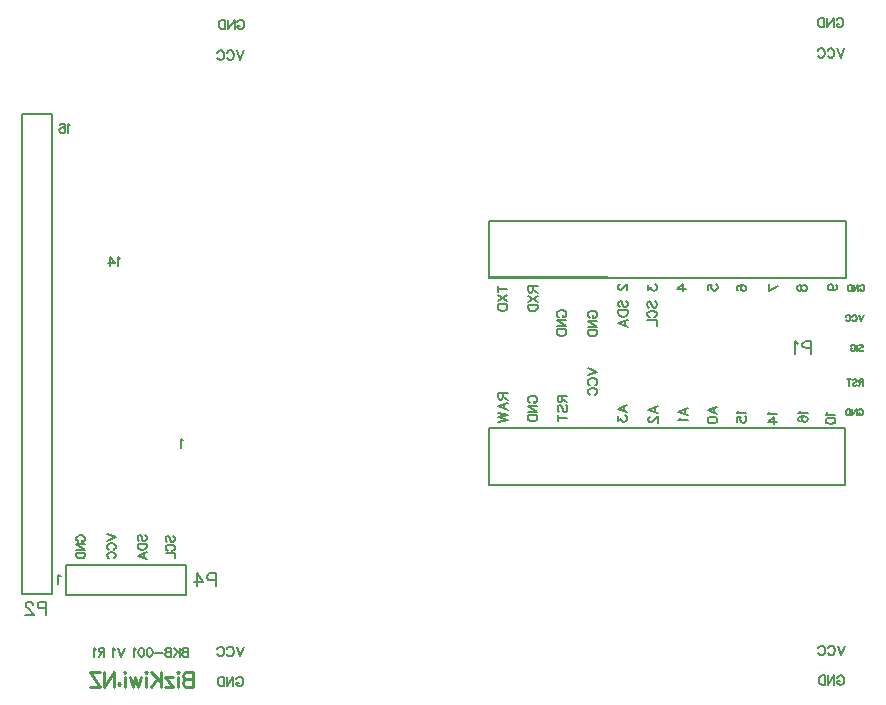
<source format=gbo>
G04 Layer: BottomSilkscreenLayer*
G04 EasyEDA v6.4.31, 2022-02-01 10:24:13*
G04 a2bdee3bbafc4a89820f5aeefba6b781,658f5e24285b455797eae137c281a567,10*
G04 Gerber Generator version 0.2*
G04 Scale: 100 percent, Rotated: No, Reflected: No *
G04 Dimensions in millimeters *
G04 leading zeros omitted , absolute positions ,4 integer and 5 decimal *
%FSLAX45Y45*%
%MOMM*%

%ADD10C,0.2540*%
%ADD18C,0.2032*%
%ADD19C,0.2030*%
%ADD20C,0.1600*%
%ADD21C,0.1270*%
%ADD22C,0.1778*%
%ADD23C,0.1524*%

%LPD*%
D20*
X1880107Y-212498D02*
G01*
X1883918Y-204878D01*
X1891537Y-197258D01*
X1899157Y-193448D01*
X1914397Y-193448D01*
X1922018Y-197258D01*
X1929637Y-204878D01*
X1933447Y-212498D01*
X1937257Y-223928D01*
X1937257Y-242978D01*
X1933447Y-254408D01*
X1929637Y-262028D01*
X1922018Y-269648D01*
X1914397Y-273458D01*
X1899157Y-273458D01*
X1891537Y-269648D01*
X1883918Y-262028D01*
X1880107Y-254408D01*
X1880107Y-242978D01*
X1899157Y-242978D02*
G01*
X1880107Y-242978D01*
X1854962Y-193448D02*
G01*
X1854962Y-273458D01*
X1854962Y-193448D02*
G01*
X1801621Y-273458D01*
X1801621Y-193448D02*
G01*
X1801621Y-273458D01*
X1776476Y-193448D02*
G01*
X1776476Y-273458D01*
X1776476Y-193448D02*
G01*
X1749805Y-193448D01*
X1738376Y-197258D01*
X1730755Y-204878D01*
X1726945Y-212498D01*
X1723136Y-223928D01*
X1723136Y-242978D01*
X1726945Y-254408D01*
X1730755Y-262028D01*
X1738376Y-269648D01*
X1749805Y-273458D01*
X1776476Y-273458D01*
X1935685Y-451916D02*
G01*
X1905205Y-531926D01*
X1874725Y-451916D02*
G01*
X1905205Y-531926D01*
X1792429Y-470966D02*
G01*
X1796239Y-463346D01*
X1803859Y-455726D01*
X1811479Y-451916D01*
X1826719Y-451916D01*
X1834339Y-455726D01*
X1841959Y-463346D01*
X1845769Y-470966D01*
X1849579Y-482396D01*
X1849579Y-501446D01*
X1845769Y-512876D01*
X1841959Y-520496D01*
X1834339Y-528116D01*
X1826719Y-531926D01*
X1811479Y-531926D01*
X1803859Y-528116D01*
X1796239Y-520496D01*
X1792429Y-512876D01*
X1710133Y-470966D02*
G01*
X1713943Y-463346D01*
X1721563Y-455726D01*
X1729183Y-451916D01*
X1744423Y-451916D01*
X1752043Y-455726D01*
X1759663Y-463346D01*
X1763473Y-470966D01*
X1767283Y-482396D01*
X1767283Y-501446D01*
X1763473Y-512876D01*
X1759663Y-520496D01*
X1752043Y-528116D01*
X1744423Y-531926D01*
X1729183Y-531926D01*
X1721563Y-528116D01*
X1713943Y-520496D01*
X1710133Y-512876D01*
X1870354Y-5775299D02*
G01*
X1874164Y-5767679D01*
X1881784Y-5760059D01*
X1889404Y-5756249D01*
X1904644Y-5756249D01*
X1912264Y-5760059D01*
X1919884Y-5767679D01*
X1923694Y-5775299D01*
X1927504Y-5786729D01*
X1927504Y-5805779D01*
X1923694Y-5817209D01*
X1919884Y-5824829D01*
X1912264Y-5832449D01*
X1904644Y-5836259D01*
X1889404Y-5836259D01*
X1881784Y-5832449D01*
X1874164Y-5824829D01*
X1870354Y-5817209D01*
X1870354Y-5805779D01*
X1889404Y-5805779D02*
G01*
X1870354Y-5805779D01*
X1845208Y-5756249D02*
G01*
X1845208Y-5836259D01*
X1845208Y-5756249D02*
G01*
X1791868Y-5836259D01*
X1791868Y-5756249D02*
G01*
X1791868Y-5836259D01*
X1766722Y-5756249D02*
G01*
X1766722Y-5836259D01*
X1766722Y-5756249D02*
G01*
X1740052Y-5756249D01*
X1728622Y-5760059D01*
X1721002Y-5767679D01*
X1717192Y-5775299D01*
X1713382Y-5786729D01*
X1713382Y-5805779D01*
X1717192Y-5817209D01*
X1721002Y-5824829D01*
X1728622Y-5832449D01*
X1740052Y-5836259D01*
X1766722Y-5836259D01*
X1934055Y-5502653D02*
G01*
X1903575Y-5582663D01*
X1873095Y-5502653D02*
G01*
X1903575Y-5582663D01*
X1790799Y-5521703D02*
G01*
X1794609Y-5514083D01*
X1802229Y-5506463D01*
X1809849Y-5502653D01*
X1825089Y-5502653D01*
X1832709Y-5506463D01*
X1840329Y-5514083D01*
X1844139Y-5521703D01*
X1847949Y-5533133D01*
X1847949Y-5552183D01*
X1844139Y-5563613D01*
X1840329Y-5571233D01*
X1832709Y-5578853D01*
X1825089Y-5582663D01*
X1809849Y-5582663D01*
X1802229Y-5578853D01*
X1794609Y-5571233D01*
X1790799Y-5563613D01*
X1708503Y-5521703D02*
G01*
X1712313Y-5514083D01*
X1719933Y-5506463D01*
X1727553Y-5502653D01*
X1742793Y-5502653D01*
X1750413Y-5506463D01*
X1758033Y-5514083D01*
X1761843Y-5521703D01*
X1765653Y-5533133D01*
X1765653Y-5552183D01*
X1761843Y-5563613D01*
X1758033Y-5571233D01*
X1750413Y-5578853D01*
X1742793Y-5582663D01*
X1727553Y-5582663D01*
X1719933Y-5578853D01*
X1712313Y-5571233D01*
X1708503Y-5563613D01*
X6958482Y-5762292D02*
G01*
X6962292Y-5754672D01*
X6969912Y-5747052D01*
X6977532Y-5743242D01*
X6992772Y-5743242D01*
X7000392Y-5747052D01*
X7008012Y-5754672D01*
X7011822Y-5762292D01*
X7015632Y-5773722D01*
X7015632Y-5792772D01*
X7011822Y-5804202D01*
X7008012Y-5811822D01*
X7000392Y-5819442D01*
X6992772Y-5823252D01*
X6977532Y-5823252D01*
X6969912Y-5819442D01*
X6962292Y-5811822D01*
X6958482Y-5804202D01*
X6958482Y-5792772D01*
X6977532Y-5792772D02*
G01*
X6958482Y-5792772D01*
X6933336Y-5743242D02*
G01*
X6933336Y-5823252D01*
X6933336Y-5743242D02*
G01*
X6879996Y-5823252D01*
X6879996Y-5743242D02*
G01*
X6879996Y-5823252D01*
X6854850Y-5743242D02*
G01*
X6854850Y-5823252D01*
X6854850Y-5743242D02*
G01*
X6828180Y-5743242D01*
X6816750Y-5747052D01*
X6809130Y-5754672D01*
X6805320Y-5762292D01*
X6801510Y-5773722D01*
X6801510Y-5792772D01*
X6805320Y-5804202D01*
X6809130Y-5811822D01*
X6816750Y-5819442D01*
X6828180Y-5823252D01*
X6854850Y-5823252D01*
X7023813Y-5491276D02*
G01*
X6993333Y-5571286D01*
X6962853Y-5491276D02*
G01*
X6993333Y-5571286D01*
X6880557Y-5510326D02*
G01*
X6884367Y-5502706D01*
X6891987Y-5495086D01*
X6899607Y-5491276D01*
X6914847Y-5491276D01*
X6922467Y-5495086D01*
X6930087Y-5502706D01*
X6933897Y-5510326D01*
X6937707Y-5521756D01*
X6937707Y-5540806D01*
X6933897Y-5552236D01*
X6930087Y-5559856D01*
X6922467Y-5567476D01*
X6914847Y-5571286D01*
X6899607Y-5571286D01*
X6891987Y-5567476D01*
X6884367Y-5559856D01*
X6880557Y-5552236D01*
X6798261Y-5510326D02*
G01*
X6802071Y-5502706D01*
X6809691Y-5495086D01*
X6817311Y-5491276D01*
X6832551Y-5491276D01*
X6840171Y-5495086D01*
X6847791Y-5502706D01*
X6851601Y-5510326D01*
X6855411Y-5521756D01*
X6855411Y-5540806D01*
X6851601Y-5552236D01*
X6847791Y-5559856D01*
X6840171Y-5567476D01*
X6832551Y-5571286D01*
X6817311Y-5571286D01*
X6809691Y-5567476D01*
X6802071Y-5559856D01*
X6798261Y-5552236D01*
X6951979Y-196240D02*
G01*
X6955789Y-188620D01*
X6963410Y-181000D01*
X6971029Y-177190D01*
X6986270Y-177190D01*
X6993889Y-181000D01*
X7001510Y-188620D01*
X7005320Y-196240D01*
X7009129Y-207670D01*
X7009129Y-226720D01*
X7005320Y-238150D01*
X7001510Y-245770D01*
X6993889Y-253390D01*
X6986270Y-257200D01*
X6971029Y-257200D01*
X6963410Y-253390D01*
X6955789Y-245770D01*
X6951979Y-238150D01*
X6951979Y-226720D01*
X6971029Y-226720D02*
G01*
X6951979Y-226720D01*
X6926834Y-177190D02*
G01*
X6926834Y-257200D01*
X6926834Y-177190D02*
G01*
X6873494Y-257200D01*
X6873494Y-177190D02*
G01*
X6873494Y-257200D01*
X6848347Y-177190D02*
G01*
X6848347Y-257200D01*
X6848347Y-177190D02*
G01*
X6821678Y-177190D01*
X6810247Y-181000D01*
X6802628Y-188620D01*
X6798818Y-196240D01*
X6795008Y-207670D01*
X6795008Y-226720D01*
X6798818Y-238150D01*
X6802628Y-245770D01*
X6810247Y-253390D01*
X6821678Y-257200D01*
X6848347Y-257200D01*
X7018934Y-434032D02*
G01*
X6988454Y-514042D01*
X6957974Y-434032D02*
G01*
X6988454Y-514042D01*
X6875678Y-453082D02*
G01*
X6879488Y-445462D01*
X6887108Y-437842D01*
X6894728Y-434032D01*
X6909968Y-434032D01*
X6917588Y-437842D01*
X6925208Y-445462D01*
X6929018Y-453082D01*
X6932828Y-464512D01*
X6932828Y-483562D01*
X6929018Y-494992D01*
X6925208Y-502612D01*
X6917588Y-510232D01*
X6909968Y-514042D01*
X6894728Y-514042D01*
X6887108Y-510232D01*
X6879488Y-502612D01*
X6875678Y-494992D01*
X6793382Y-453082D02*
G01*
X6797192Y-445462D01*
X6804812Y-437842D01*
X6812432Y-434032D01*
X6827672Y-434032D01*
X6835292Y-437842D01*
X6842912Y-445462D01*
X6846722Y-453082D01*
X6850532Y-464512D01*
X6850532Y-483562D01*
X6846722Y-494992D01*
X6842912Y-502612D01*
X6835292Y-510232D01*
X6827672Y-514042D01*
X6812432Y-514042D01*
X6804812Y-510232D01*
X6797192Y-502612D01*
X6793382Y-494992D01*
D23*
X776579Y-4547615D02*
G01*
X849299Y-4575327D01*
X776579Y-4603038D02*
G01*
X849299Y-4575327D01*
X793877Y-4677841D02*
G01*
X786968Y-4674387D01*
X780034Y-4667453D01*
X776579Y-4660519D01*
X776579Y-4646676D01*
X780034Y-4639741D01*
X786968Y-4632832D01*
X793877Y-4629353D01*
X804290Y-4625898D01*
X821588Y-4625898D01*
X831977Y-4629353D01*
X838911Y-4632832D01*
X845845Y-4639741D01*
X849299Y-4646676D01*
X849299Y-4660519D01*
X845845Y-4667453D01*
X838911Y-4674387D01*
X831977Y-4677841D01*
X793877Y-4752670D02*
G01*
X786968Y-4749190D01*
X780034Y-4742281D01*
X776579Y-4735347D01*
X776579Y-4721479D01*
X780034Y-4714570D01*
X786968Y-4707636D01*
X793877Y-4704181D01*
X804290Y-4700701D01*
X821588Y-4700701D01*
X831977Y-4704181D01*
X838911Y-4707636D01*
X845845Y-4714570D01*
X849299Y-4721479D01*
X849299Y-4735347D01*
X845845Y-4742281D01*
X838911Y-4749190D01*
X831977Y-4752670D01*
X532635Y-4610135D02*
G01*
X525706Y-4606670D01*
X518779Y-4599744D01*
X515315Y-4592817D01*
X515315Y-4578962D01*
X518779Y-4572035D01*
X525706Y-4565106D01*
X532635Y-4561644D01*
X543026Y-4558179D01*
X560344Y-4558179D01*
X570735Y-4561644D01*
X577662Y-4565106D01*
X584588Y-4572035D01*
X588053Y-4578962D01*
X588053Y-4592817D01*
X584588Y-4599744D01*
X577662Y-4606670D01*
X570735Y-4610135D01*
X560344Y-4610135D01*
X560344Y-4592817D02*
G01*
X560344Y-4610135D01*
X515315Y-4632995D02*
G01*
X588053Y-4632995D01*
X515315Y-4632995D02*
G01*
X588053Y-4681486D01*
X515315Y-4681486D02*
G01*
X588053Y-4681486D01*
X515315Y-4704346D02*
G01*
X588053Y-4704346D01*
X515315Y-4704346D02*
G01*
X515315Y-4728590D01*
X518779Y-4738982D01*
X525706Y-4745908D01*
X532635Y-4749373D01*
X543026Y-4752837D01*
X560344Y-4752837D01*
X570735Y-4749373D01*
X577662Y-4745908D01*
X584588Y-4738982D01*
X588053Y-4728590D01*
X588053Y-4704346D01*
X1047523Y-4606676D02*
G01*
X1040597Y-4599749D01*
X1037135Y-4589358D01*
X1037135Y-4575502D01*
X1040597Y-4565111D01*
X1047523Y-4558184D01*
X1054453Y-4558184D01*
X1061379Y-4561649D01*
X1064844Y-4565111D01*
X1068306Y-4572040D01*
X1075235Y-4592820D01*
X1078697Y-4599749D01*
X1082161Y-4603211D01*
X1089088Y-4606676D01*
X1099479Y-4606676D01*
X1106406Y-4599749D01*
X1109870Y-4589358D01*
X1109870Y-4575502D01*
X1106406Y-4565111D01*
X1099479Y-4558184D01*
X1037135Y-4629536D02*
G01*
X1109870Y-4629536D01*
X1037135Y-4629536D02*
G01*
X1037135Y-4653780D01*
X1040597Y-4664171D01*
X1047523Y-4671100D01*
X1054453Y-4674562D01*
X1064844Y-4678027D01*
X1082161Y-4678027D01*
X1092553Y-4674562D01*
X1099479Y-4671100D01*
X1106406Y-4664171D01*
X1109870Y-4653780D01*
X1109870Y-4629536D01*
X1037135Y-4728596D02*
G01*
X1109870Y-4700887D01*
X1037135Y-4728596D02*
G01*
X1109870Y-4756304D01*
X1085623Y-4711278D02*
G01*
X1085623Y-4745913D01*
X1284859Y-4613173D02*
G01*
X1277932Y-4606246D01*
X1274467Y-4595855D01*
X1274467Y-4581999D01*
X1277932Y-4571608D01*
X1284859Y-4564682D01*
X1291785Y-4564682D01*
X1298712Y-4568146D01*
X1302176Y-4571608D01*
X1305641Y-4578537D01*
X1312567Y-4599317D01*
X1316032Y-4606246D01*
X1319494Y-4609708D01*
X1326423Y-4613173D01*
X1336812Y-4613173D01*
X1343741Y-4606246D01*
X1347203Y-4595855D01*
X1347203Y-4581999D01*
X1343741Y-4571608D01*
X1336812Y-4564682D01*
X1291785Y-4687989D02*
G01*
X1284859Y-4684524D01*
X1277932Y-4677597D01*
X1274467Y-4670668D01*
X1274467Y-4656815D01*
X1277932Y-4649889D01*
X1284859Y-4642959D01*
X1291785Y-4639497D01*
X1302176Y-4636033D01*
X1319494Y-4636033D01*
X1329885Y-4639497D01*
X1336812Y-4642959D01*
X1343741Y-4649889D01*
X1347203Y-4656815D01*
X1347203Y-4670668D01*
X1343741Y-4677597D01*
X1336812Y-4684524D01*
X1329885Y-4687989D01*
X1274467Y-4710849D02*
G01*
X1347203Y-4710849D01*
X1347203Y-4710849D02*
G01*
X1347203Y-4752411D01*
D20*
X465988Y-1086512D02*
G01*
X458368Y-1082702D01*
X446938Y-1071272D01*
X446938Y-1151282D01*
X376072Y-1082702D02*
G01*
X379882Y-1075082D01*
X391312Y-1071272D01*
X398932Y-1071272D01*
X410362Y-1075082D01*
X417982Y-1086512D01*
X421792Y-1105562D01*
X421792Y-1124612D01*
X417982Y-1139852D01*
X410362Y-1147472D01*
X398932Y-1151282D01*
X395122Y-1151282D01*
X383692Y-1147472D01*
X376072Y-1139852D01*
X372262Y-1128422D01*
X372262Y-1124612D01*
X376072Y-1113182D01*
X383692Y-1105562D01*
X395122Y-1101752D01*
X398932Y-1101752D01*
X410362Y-1105562D01*
X417982Y-1113182D01*
X421792Y-1124612D01*
D18*
X383181Y-4905047D02*
G01*
X375561Y-4901237D01*
X364131Y-4889807D01*
X364131Y-4969817D01*
D20*
X4847539Y-3142287D02*
G01*
X4927549Y-3172767D01*
X4847539Y-3203247D02*
G01*
X4927549Y-3172767D01*
X4866589Y-3285543D02*
G01*
X4858969Y-3281733D01*
X4851349Y-3274113D01*
X4847539Y-3266493D01*
X4847539Y-3251253D01*
X4851349Y-3243633D01*
X4858969Y-3236013D01*
X4866589Y-3232203D01*
X4878019Y-3228393D01*
X4897069Y-3228393D01*
X4908499Y-3232203D01*
X4916119Y-3236013D01*
X4923739Y-3243633D01*
X4927549Y-3251253D01*
X4927549Y-3266493D01*
X4923739Y-3274113D01*
X4916119Y-3281733D01*
X4908499Y-3285543D01*
X4866589Y-3367839D02*
G01*
X4858969Y-3364029D01*
X4851349Y-3356409D01*
X4847539Y-3348789D01*
X4847539Y-3333549D01*
X4851349Y-3325929D01*
X4858969Y-3318309D01*
X4866589Y-3314499D01*
X4878019Y-3310689D01*
X4897069Y-3310689D01*
X4908499Y-3314499D01*
X4916119Y-3318309D01*
X4923739Y-3325929D01*
X4927549Y-3333549D01*
X4927549Y-3348789D01*
X4923739Y-3356409D01*
X4916119Y-3364029D01*
X4908499Y-3367839D01*
X4357776Y-3435149D02*
G01*
X4350156Y-3431339D01*
X4342536Y-3423719D01*
X4338726Y-3416099D01*
X4338726Y-3400859D01*
X4342536Y-3393239D01*
X4350156Y-3385619D01*
X4357776Y-3381809D01*
X4369206Y-3377999D01*
X4388256Y-3377999D01*
X4399686Y-3381809D01*
X4407306Y-3385619D01*
X4414926Y-3393239D01*
X4418736Y-3400859D01*
X4418736Y-3416099D01*
X4414926Y-3423719D01*
X4407306Y-3431339D01*
X4399686Y-3435149D01*
X4388256Y-3435149D01*
X4388256Y-3416099D02*
G01*
X4388256Y-3435149D01*
X4338726Y-3460295D02*
G01*
X4418736Y-3460295D01*
X4338726Y-3460295D02*
G01*
X4418736Y-3513635D01*
X4338726Y-3513635D02*
G01*
X4418736Y-3513635D01*
X4338726Y-3538781D02*
G01*
X4418736Y-3538781D01*
X4338726Y-3538781D02*
G01*
X4338726Y-3565451D01*
X4342536Y-3576881D01*
X4350156Y-3584501D01*
X4357776Y-3588311D01*
X4369206Y-3592121D01*
X4388256Y-3592121D01*
X4399686Y-3588311D01*
X4407306Y-3584501D01*
X4414926Y-3576881D01*
X4418736Y-3565451D01*
X4418736Y-3538781D01*
X4603239Y-2708503D02*
G01*
X4595619Y-2704693D01*
X4587999Y-2697073D01*
X4584189Y-2689453D01*
X4584189Y-2674213D01*
X4587999Y-2666593D01*
X4595619Y-2658973D01*
X4603239Y-2655163D01*
X4614669Y-2651353D01*
X4633719Y-2651353D01*
X4645149Y-2655163D01*
X4652769Y-2658973D01*
X4660389Y-2666593D01*
X4664199Y-2674213D01*
X4664199Y-2689453D01*
X4660389Y-2697073D01*
X4652769Y-2704693D01*
X4645149Y-2708503D01*
X4633719Y-2708503D01*
X4633719Y-2689453D02*
G01*
X4633719Y-2708503D01*
X4584189Y-2733649D02*
G01*
X4664199Y-2733649D01*
X4584189Y-2733649D02*
G01*
X4664199Y-2786989D01*
X4584189Y-2786989D02*
G01*
X4664199Y-2786989D01*
X4584189Y-2812135D02*
G01*
X4664199Y-2812135D01*
X4584189Y-2812135D02*
G01*
X4584189Y-2838805D01*
X4587999Y-2850235D01*
X4595619Y-2857855D01*
X4603239Y-2861665D01*
X4614669Y-2865475D01*
X4633719Y-2865475D01*
X4645149Y-2861665D01*
X4652769Y-2857855D01*
X4660389Y-2850235D01*
X4664199Y-2838805D01*
X4664199Y-2812135D01*
X4863337Y-2713382D02*
G01*
X4855718Y-2709572D01*
X4848097Y-2701952D01*
X4844287Y-2694332D01*
X4844287Y-2679092D01*
X4848097Y-2671472D01*
X4855718Y-2663852D01*
X4863337Y-2660042D01*
X4874768Y-2656232D01*
X4893818Y-2656232D01*
X4905247Y-2660042D01*
X4912868Y-2663852D01*
X4920487Y-2671472D01*
X4924297Y-2679092D01*
X4924297Y-2694332D01*
X4920487Y-2701952D01*
X4912868Y-2709572D01*
X4905247Y-2713382D01*
X4893818Y-2713382D01*
X4893818Y-2694332D02*
G01*
X4893818Y-2713382D01*
X4844287Y-2738528D02*
G01*
X4924297Y-2738528D01*
X4844287Y-2738528D02*
G01*
X4924297Y-2791868D01*
X4844287Y-2791868D02*
G01*
X4924297Y-2791868D01*
X4844287Y-2817014D02*
G01*
X4924297Y-2817014D01*
X4844287Y-2817014D02*
G01*
X4844287Y-2843684D01*
X4848097Y-2855114D01*
X4855718Y-2862734D01*
X4863337Y-2866544D01*
X4874768Y-2870354D01*
X4893818Y-2870354D01*
X4905247Y-2866544D01*
X4912868Y-2862734D01*
X4920487Y-2855114D01*
X4924297Y-2843684D01*
X4924297Y-2817014D01*
X4086758Y-3355235D02*
G01*
X4166768Y-3355235D01*
X4086758Y-3355235D02*
G01*
X4086758Y-3389525D01*
X4090568Y-3400955D01*
X4094378Y-3404765D01*
X4101998Y-3408575D01*
X4109618Y-3408575D01*
X4117238Y-3404765D01*
X4121048Y-3400955D01*
X4124858Y-3389525D01*
X4124858Y-3355235D01*
X4124858Y-3381905D02*
G01*
X4166768Y-3408575D01*
X4086758Y-3464201D02*
G01*
X4166768Y-3433721D01*
X4086758Y-3464201D02*
G01*
X4166768Y-3494681D01*
X4140098Y-3445151D02*
G01*
X4140098Y-3483251D01*
X4086758Y-3519827D02*
G01*
X4166768Y-3538877D01*
X4086758Y-3557927D02*
G01*
X4166768Y-3538877D01*
X4086758Y-3557927D02*
G01*
X4166768Y-3576977D01*
X4086758Y-3596027D02*
G01*
X4166768Y-3576977D01*
X5115813Y-2626664D02*
G01*
X5108194Y-2619044D01*
X5104384Y-2607614D01*
X5104384Y-2592374D01*
X5108194Y-2580944D01*
X5115813Y-2573324D01*
X5123434Y-2573324D01*
X5131054Y-2577134D01*
X5134863Y-2580944D01*
X5138673Y-2588564D01*
X5146294Y-2611424D01*
X5150104Y-2619044D01*
X5153913Y-2622854D01*
X5161534Y-2626664D01*
X5172963Y-2626664D01*
X5180584Y-2619044D01*
X5184394Y-2607614D01*
X5184394Y-2592374D01*
X5180584Y-2580944D01*
X5172963Y-2573324D01*
X5104384Y-2651810D02*
G01*
X5184394Y-2651810D01*
X5104384Y-2651810D02*
G01*
X5104384Y-2678480D01*
X5108194Y-2689910D01*
X5115813Y-2697530D01*
X5123434Y-2701340D01*
X5134863Y-2705150D01*
X5153913Y-2705150D01*
X5165344Y-2701340D01*
X5172963Y-2697530D01*
X5180584Y-2689910D01*
X5184394Y-2678480D01*
X5184394Y-2651810D01*
X5104384Y-2760776D02*
G01*
X5184394Y-2730296D01*
X5104384Y-2760776D02*
G01*
X5184394Y-2791256D01*
X5157723Y-2741726D02*
G01*
X5157723Y-2779826D01*
X5361277Y-2629913D02*
G01*
X5353657Y-2622293D01*
X5349847Y-2610863D01*
X5349847Y-2595623D01*
X5353657Y-2584193D01*
X5361277Y-2576573D01*
X5368897Y-2576573D01*
X5376517Y-2580383D01*
X5380327Y-2584193D01*
X5384137Y-2591813D01*
X5391757Y-2614673D01*
X5395567Y-2622293D01*
X5399377Y-2626103D01*
X5406997Y-2629913D01*
X5418427Y-2629913D01*
X5426047Y-2622293D01*
X5429857Y-2610863D01*
X5429857Y-2595623D01*
X5426047Y-2584193D01*
X5418427Y-2576573D01*
X5368897Y-2712209D02*
G01*
X5361277Y-2708399D01*
X5353657Y-2700779D01*
X5349847Y-2693159D01*
X5349847Y-2677919D01*
X5353657Y-2670299D01*
X5361277Y-2662679D01*
X5368897Y-2658869D01*
X5380327Y-2655059D01*
X5399377Y-2655059D01*
X5410807Y-2658869D01*
X5418427Y-2662679D01*
X5426047Y-2670299D01*
X5429857Y-2677919D01*
X5429857Y-2693159D01*
X5426047Y-2700779D01*
X5418427Y-2708399D01*
X5410807Y-2712209D01*
X5349847Y-2737355D02*
G01*
X5429857Y-2737355D01*
X5429857Y-2737355D02*
G01*
X5429857Y-2783075D01*
X4340354Y-2449779D02*
G01*
X4420364Y-2449779D01*
X4340354Y-2449779D02*
G01*
X4340354Y-2484069D01*
X4344164Y-2495499D01*
X4347974Y-2499309D01*
X4355594Y-2503119D01*
X4363214Y-2503119D01*
X4370834Y-2499309D01*
X4374644Y-2495499D01*
X4378454Y-2484069D01*
X4378454Y-2449779D01*
X4378454Y-2476449D02*
G01*
X4420364Y-2503119D01*
X4340354Y-2528265D02*
G01*
X4420364Y-2581605D01*
X4340354Y-2581605D02*
G01*
X4420364Y-2528265D01*
X4340354Y-2606751D02*
G01*
X4420364Y-2606751D01*
X4340354Y-2606751D02*
G01*
X4340354Y-2633421D01*
X4344164Y-2644851D01*
X4351784Y-2652471D01*
X4359404Y-2656281D01*
X4370834Y-2660091D01*
X4389884Y-2660091D01*
X4401314Y-2656281D01*
X4408934Y-2652471D01*
X4416554Y-2644851D01*
X4420364Y-2633421D01*
X4420364Y-2606751D01*
X4083504Y-2471572D02*
G01*
X4163514Y-2471572D01*
X4083504Y-2444902D02*
G01*
X4083504Y-2498242D01*
X4083504Y-2523388D02*
G01*
X4163514Y-2576728D01*
X4083504Y-2576728D02*
G01*
X4163514Y-2523388D01*
X4083504Y-2601874D02*
G01*
X4163514Y-2601874D01*
X4083504Y-2601874D02*
G01*
X4083504Y-2628544D01*
X4087314Y-2639974D01*
X4094934Y-2647594D01*
X4102554Y-2651404D01*
X4113984Y-2655214D01*
X4133034Y-2655214D01*
X4144464Y-2651404D01*
X4152084Y-2647594D01*
X4159704Y-2639974D01*
X4163514Y-2628544D01*
X4163514Y-2601874D01*
D21*
X7144613Y-2949953D02*
G01*
X7149693Y-2944873D01*
X7157313Y-2942333D01*
X7167473Y-2942333D01*
X7175093Y-2944873D01*
X7180173Y-2949953D01*
X7180173Y-2955033D01*
X7177633Y-2960113D01*
X7175093Y-2962653D01*
X7170013Y-2965193D01*
X7154773Y-2970273D01*
X7149693Y-2972813D01*
X7147153Y-2975353D01*
X7144613Y-2980433D01*
X7144613Y-2988053D01*
X7149693Y-2993133D01*
X7157313Y-2995673D01*
X7167473Y-2995673D01*
X7175093Y-2993133D01*
X7180173Y-2988053D01*
X7127849Y-2942333D02*
G01*
X7127849Y-2995673D01*
X7072985Y-2955033D02*
G01*
X7075525Y-2949953D01*
X7080605Y-2944873D01*
X7085685Y-2942333D01*
X7095845Y-2942333D01*
X7100925Y-2944873D01*
X7106005Y-2949953D01*
X7108545Y-2955033D01*
X7111085Y-2962653D01*
X7111085Y-2975353D01*
X7108545Y-2982973D01*
X7106005Y-2988053D01*
X7100925Y-2993133D01*
X7095845Y-2995673D01*
X7085685Y-2995673D01*
X7080605Y-2993133D01*
X7075525Y-2988053D01*
X7072985Y-2982973D01*
X7072985Y-2975353D01*
X7085685Y-2975353D02*
G01*
X7072985Y-2975353D01*
X7181087Y-2691993D02*
G01*
X7160768Y-2745333D01*
X7140447Y-2691993D02*
G01*
X7160768Y-2745333D01*
X7085584Y-2704693D02*
G01*
X7088123Y-2699613D01*
X7093204Y-2694533D01*
X7098284Y-2691993D01*
X7108444Y-2691993D01*
X7113523Y-2694533D01*
X7118604Y-2699613D01*
X7121144Y-2704693D01*
X7123684Y-2712313D01*
X7123684Y-2725013D01*
X7121144Y-2732633D01*
X7118604Y-2737713D01*
X7113523Y-2742793D01*
X7108444Y-2745333D01*
X7098284Y-2745333D01*
X7093204Y-2742793D01*
X7088123Y-2737713D01*
X7085584Y-2732633D01*
X7030720Y-2704693D02*
G01*
X7033260Y-2699613D01*
X7038339Y-2694533D01*
X7043420Y-2691993D01*
X7053579Y-2691993D01*
X7058660Y-2694533D01*
X7063739Y-2699613D01*
X7066279Y-2704693D01*
X7068820Y-2712313D01*
X7068820Y-2725013D01*
X7066279Y-2732633D01*
X7063739Y-2737713D01*
X7058660Y-2742793D01*
X7053579Y-2745333D01*
X7043420Y-2745333D01*
X7038339Y-2742793D01*
X7033260Y-2737713D01*
X7030720Y-2732633D01*
D20*
X6902958Y-2481430D02*
G01*
X6914387Y-2477620D01*
X6922008Y-2470000D01*
X6925818Y-2458570D01*
X6925818Y-2454760D01*
X6922008Y-2443330D01*
X6914387Y-2435710D01*
X6902958Y-2431900D01*
X6899147Y-2431900D01*
X6887718Y-2435710D01*
X6880097Y-2443330D01*
X6876287Y-2454760D01*
X6876287Y-2458570D01*
X6880097Y-2470000D01*
X6887718Y-2477620D01*
X6902958Y-2481430D01*
X6922008Y-2481430D01*
X6941058Y-2477620D01*
X6952487Y-2470000D01*
X6956297Y-2458570D01*
X6956297Y-2450950D01*
X6952487Y-2439520D01*
X6944868Y-2435710D01*
D21*
X7149995Y-2449476D02*
G01*
X7152535Y-2444396D01*
X7157615Y-2439316D01*
X7162695Y-2436776D01*
X7172855Y-2436776D01*
X7177935Y-2439316D01*
X7183015Y-2444396D01*
X7185555Y-2449476D01*
X7188095Y-2457096D01*
X7188095Y-2469796D01*
X7185555Y-2477416D01*
X7183015Y-2482496D01*
X7177935Y-2487576D01*
X7172855Y-2490116D01*
X7162695Y-2490116D01*
X7157615Y-2487576D01*
X7152535Y-2482496D01*
X7149995Y-2477416D01*
X7149995Y-2469796D01*
X7162695Y-2469796D02*
G01*
X7149995Y-2469796D01*
X7133231Y-2436776D02*
G01*
X7133231Y-2490116D01*
X7133231Y-2436776D02*
G01*
X7097671Y-2490116D01*
X7097671Y-2436776D02*
G01*
X7097671Y-2490116D01*
X7080907Y-2436776D02*
G01*
X7080907Y-2490116D01*
X7080907Y-2436776D02*
G01*
X7063127Y-2436776D01*
X7055507Y-2439316D01*
X7050427Y-2444396D01*
X7047887Y-2449476D01*
X7045347Y-2457096D01*
X7045347Y-2469796D01*
X7047887Y-2477416D01*
X7050427Y-2482496D01*
X7055507Y-2487576D01*
X7063127Y-2490116D01*
X7080907Y-2490116D01*
D20*
X1422697Y-3753429D02*
G01*
X1415425Y-3749791D01*
X1404515Y-3738882D01*
X1404515Y-3815245D01*
X883516Y-2213980D02*
G01*
X876244Y-2210343D01*
X865334Y-2199434D01*
X865334Y-2275796D01*
X804971Y-2199434D02*
G01*
X841334Y-2250343D01*
X786790Y-2250343D01*
X804971Y-2199434D02*
G01*
X804971Y-2275796D01*
D10*
X1500220Y-5717750D02*
G01*
X1500220Y-5838977D01*
X1500220Y-5717750D02*
G01*
X1448267Y-5717750D01*
X1430947Y-5723521D01*
X1425176Y-5729295D01*
X1419402Y-5740839D01*
X1419402Y-5752386D01*
X1425176Y-5763930D01*
X1430947Y-5769703D01*
X1448267Y-5775477D01*
X1500220Y-5775477D02*
G01*
X1448267Y-5775477D01*
X1430947Y-5781250D01*
X1425176Y-5787021D01*
X1419402Y-5798568D01*
X1419402Y-5815886D01*
X1425176Y-5827430D01*
X1430947Y-5833203D01*
X1448267Y-5838977D01*
X1500220Y-5838977D01*
X1381302Y-5717750D02*
G01*
X1375529Y-5723521D01*
X1369755Y-5717750D01*
X1375529Y-5711977D01*
X1381302Y-5717750D01*
X1375529Y-5758159D02*
G01*
X1375529Y-5838977D01*
X1268155Y-5758159D02*
G01*
X1331655Y-5838977D01*
X1331655Y-5758159D02*
G01*
X1268155Y-5758159D01*
X1331655Y-5838977D02*
G01*
X1268155Y-5838977D01*
X1230055Y-5717750D02*
G01*
X1230055Y-5838977D01*
X1149238Y-5717750D02*
G01*
X1230055Y-5798568D01*
X1201193Y-5769703D02*
G01*
X1149238Y-5838977D01*
X1111138Y-5717750D02*
G01*
X1105367Y-5723521D01*
X1099593Y-5717750D01*
X1105367Y-5711977D01*
X1111138Y-5717750D01*
X1105367Y-5758159D02*
G01*
X1105367Y-5838977D01*
X1061493Y-5758159D02*
G01*
X1038402Y-5838977D01*
X1015311Y-5758159D02*
G01*
X1038402Y-5838977D01*
X1015311Y-5758159D02*
G01*
X992220Y-5838977D01*
X969129Y-5758159D02*
G01*
X992220Y-5838977D01*
X931029Y-5717750D02*
G01*
X925255Y-5723521D01*
X919485Y-5717750D01*
X925255Y-5711977D01*
X931029Y-5717750D01*
X925255Y-5758159D02*
G01*
X925255Y-5838977D01*
X875611Y-5810112D02*
G01*
X881385Y-5815886D01*
X875611Y-5821659D01*
X869838Y-5815886D01*
X875611Y-5810112D01*
X831738Y-5717750D02*
G01*
X831738Y-5838977D01*
X831738Y-5717750D02*
G01*
X750920Y-5838977D01*
X750920Y-5717750D02*
G01*
X750920Y-5838977D01*
X632002Y-5717750D02*
G01*
X712820Y-5838977D01*
X712820Y-5717750D02*
G01*
X632002Y-5717750D01*
X712820Y-5838977D02*
G01*
X632002Y-5838977D01*
D20*
X4591507Y-3377973D02*
G01*
X4671517Y-3377973D01*
X4591507Y-3377973D02*
G01*
X4591507Y-3412263D01*
X4595317Y-3423693D01*
X4599127Y-3427503D01*
X4606747Y-3431313D01*
X4614367Y-3431313D01*
X4621987Y-3427503D01*
X4625797Y-3423693D01*
X4629607Y-3412263D01*
X4629607Y-3377973D01*
X4629607Y-3404643D02*
G01*
X4671517Y-3431313D01*
X4602937Y-3509799D02*
G01*
X4595317Y-3502179D01*
X4591507Y-3490749D01*
X4591507Y-3475509D01*
X4595317Y-3464079D01*
X4602937Y-3456459D01*
X4610557Y-3456459D01*
X4618177Y-3460269D01*
X4621987Y-3464079D01*
X4625797Y-3471699D01*
X4633417Y-3494559D01*
X4637227Y-3502179D01*
X4641037Y-3505989D01*
X4648657Y-3509799D01*
X4660087Y-3509799D01*
X4667707Y-3502179D01*
X4671517Y-3490749D01*
X4671517Y-3475509D01*
X4667707Y-3464079D01*
X4660087Y-3456459D01*
X4591507Y-3561615D02*
G01*
X4671517Y-3561615D01*
X4591507Y-3534945D02*
G01*
X4591507Y-3588285D01*
D22*
X6736179Y-2914700D02*
G01*
X6736179Y-3023819D01*
X6736179Y-2914700D02*
G01*
X6689417Y-2914700D01*
X6673822Y-2919907D01*
X6668640Y-2925114D01*
X6663433Y-2935503D01*
X6663433Y-2951073D01*
X6668640Y-2961462D01*
X6673822Y-2966669D01*
X6689417Y-2971850D01*
X6736179Y-2971850D01*
X6629143Y-2935503D02*
G01*
X6618754Y-2930296D01*
X6603184Y-2914700D01*
X6603184Y-3023819D01*
D20*
X5097879Y-3486503D02*
G01*
X5177889Y-3456023D01*
X5097879Y-3486503D02*
G01*
X5177889Y-3516983D01*
X5151219Y-3467453D02*
G01*
X5151219Y-3505553D01*
X5097879Y-3549749D02*
G01*
X5097879Y-3591659D01*
X5128359Y-3568799D01*
X5128359Y-3580229D01*
X5132169Y-3587849D01*
X5135979Y-3591659D01*
X5147409Y-3595469D01*
X5155029Y-3595469D01*
X5166459Y-3591659D01*
X5174079Y-3584039D01*
X5177889Y-3572609D01*
X5177889Y-3561179D01*
X5174079Y-3549749D01*
X5170269Y-3545939D01*
X5162649Y-3542129D01*
X5357977Y-3493010D02*
G01*
X5437987Y-3462530D01*
X5357977Y-3493010D02*
G01*
X5437987Y-3523490D01*
X5411317Y-3473960D02*
G01*
X5411317Y-3512060D01*
X5377027Y-3552446D02*
G01*
X5373217Y-3552446D01*
X5365597Y-3556256D01*
X5361787Y-3560066D01*
X5357977Y-3567686D01*
X5357977Y-3582926D01*
X5361787Y-3590546D01*
X5365597Y-3594356D01*
X5373217Y-3598166D01*
X5380837Y-3598166D01*
X5388457Y-3594356D01*
X5399887Y-3586736D01*
X5437987Y-3548636D01*
X5437987Y-3601976D01*
X5613199Y-3509263D02*
G01*
X5693209Y-3478784D01*
X5613199Y-3509263D02*
G01*
X5693209Y-3539744D01*
X5666539Y-3490213D02*
G01*
X5666539Y-3528313D01*
X5628439Y-3564889D02*
G01*
X5624629Y-3572510D01*
X5613199Y-3583939D01*
X5693209Y-3583939D01*
X5860285Y-3497882D02*
G01*
X5940295Y-3467402D01*
X5860285Y-3497882D02*
G01*
X5940295Y-3528362D01*
X5913625Y-3478832D02*
G01*
X5913625Y-3516932D01*
X5860285Y-3576368D02*
G01*
X5864095Y-3564938D01*
X5875525Y-3557318D01*
X5894575Y-3553508D01*
X5906005Y-3553508D01*
X5925055Y-3557318D01*
X5936485Y-3564938D01*
X5940295Y-3576368D01*
X5940295Y-3583988D01*
X5936485Y-3595418D01*
X5925055Y-3603038D01*
X5906005Y-3606848D01*
X5894575Y-3606848D01*
X5875525Y-3603038D01*
X5864095Y-3595418D01*
X5860285Y-3583988D01*
X5860285Y-3576368D01*
X6124247Y-3506419D02*
G01*
X6120437Y-3514039D01*
X6109007Y-3525469D01*
X6189017Y-3525469D01*
X6109007Y-3596335D02*
G01*
X6109007Y-3558235D01*
X6143297Y-3554425D01*
X6139487Y-3558235D01*
X6135677Y-3569665D01*
X6135677Y-3581095D01*
X6139487Y-3592525D01*
X6147107Y-3600145D01*
X6158537Y-3603955D01*
X6166157Y-3603955D01*
X6177587Y-3600145D01*
X6185207Y-3592525D01*
X6189017Y-3581095D01*
X6189017Y-3569665D01*
X6185207Y-3558235D01*
X6181397Y-3554425D01*
X6173777Y-3550615D01*
X6384338Y-3511295D02*
G01*
X6380528Y-3518915D01*
X6369098Y-3530345D01*
X6449108Y-3530345D01*
X6369098Y-3593592D02*
G01*
X6422438Y-3555492D01*
X6422438Y-3612642D01*
X6369098Y-3593592D02*
G01*
X6449108Y-3593592D01*
X6642813Y-3503165D02*
G01*
X6639003Y-3510785D01*
X6627573Y-3522215D01*
X6707583Y-3522215D01*
X6639003Y-3593081D02*
G01*
X6631383Y-3589271D01*
X6627573Y-3577841D01*
X6627573Y-3570221D01*
X6631383Y-3558791D01*
X6642813Y-3551171D01*
X6661863Y-3547361D01*
X6680913Y-3547361D01*
X6696153Y-3551171D01*
X6703773Y-3558791D01*
X6707583Y-3570221D01*
X6707583Y-3574031D01*
X6703773Y-3585461D01*
X6696153Y-3593081D01*
X6684723Y-3596891D01*
X6680913Y-3596891D01*
X6669483Y-3593081D01*
X6661863Y-3585461D01*
X6658053Y-3574031D01*
X6658053Y-3570221D01*
X6661863Y-3558791D01*
X6669483Y-3551171D01*
X6680913Y-3547361D01*
X6878525Y-3516170D02*
G01*
X6874715Y-3523790D01*
X6863285Y-3535220D01*
X6943295Y-3535220D01*
X6863285Y-3583226D02*
G01*
X6867095Y-3571796D01*
X6878525Y-3564176D01*
X6897575Y-3560366D01*
X6909005Y-3560366D01*
X6928055Y-3564176D01*
X6939485Y-3571796D01*
X6943295Y-3583226D01*
X6943295Y-3590846D01*
X6939485Y-3602276D01*
X6928055Y-3609896D01*
X6909005Y-3613706D01*
X6897575Y-3613706D01*
X6878525Y-3609896D01*
X6867095Y-3602276D01*
X6863285Y-3590846D01*
X6863285Y-3583226D01*
X5120180Y-2432453D02*
G01*
X5116370Y-2432453D01*
X5108750Y-2436263D01*
X5104940Y-2440073D01*
X5101130Y-2447693D01*
X5101130Y-2462933D01*
X5104940Y-2470553D01*
X5108750Y-2474363D01*
X5116370Y-2478173D01*
X5123990Y-2478173D01*
X5131610Y-2474363D01*
X5143040Y-2466743D01*
X5181140Y-2428643D01*
X5181140Y-2481983D01*
X5353100Y-2439520D02*
G01*
X5353100Y-2481430D01*
X5383580Y-2458570D01*
X5383580Y-2470000D01*
X5387390Y-2477620D01*
X5391200Y-2481430D01*
X5402630Y-2485240D01*
X5410250Y-2485240D01*
X5421680Y-2481430D01*
X5429300Y-2473810D01*
X5433110Y-2462380D01*
X5433110Y-2450950D01*
X5429300Y-2439520D01*
X5425490Y-2435710D01*
X5417870Y-2431900D01*
X5601815Y-2471623D02*
G01*
X5655155Y-2433523D01*
X5655155Y-2490673D01*
X5601815Y-2471623D02*
G01*
X5681825Y-2471623D01*
X5865162Y-2477617D02*
G01*
X5865162Y-2439517D01*
X5899452Y-2435707D01*
X5895642Y-2439517D01*
X5891832Y-2450947D01*
X5891832Y-2462377D01*
X5895642Y-2473807D01*
X5903262Y-2481427D01*
X5914692Y-2485237D01*
X5922312Y-2485237D01*
X5933742Y-2481427D01*
X5941362Y-2473807D01*
X5945172Y-2462377D01*
X5945172Y-2450947D01*
X5941362Y-2439517D01*
X5937552Y-2435707D01*
X5929932Y-2431897D01*
X6120437Y-2484117D02*
G01*
X6112817Y-2480307D01*
X6109007Y-2468877D01*
X6109007Y-2461257D01*
X6112817Y-2449827D01*
X6124247Y-2442207D01*
X6143297Y-2438397D01*
X6162347Y-2438397D01*
X6177587Y-2442207D01*
X6185207Y-2449827D01*
X6189017Y-2461257D01*
X6189017Y-2465067D01*
X6185207Y-2476497D01*
X6177587Y-2484117D01*
X6166157Y-2487927D01*
X6162347Y-2487927D01*
X6150917Y-2484117D01*
X6143297Y-2476497D01*
X6139487Y-2465067D01*
X6139487Y-2461257D01*
X6143297Y-2449827D01*
X6150917Y-2442207D01*
X6162347Y-2438397D01*
X6377231Y-2486860D02*
G01*
X6457241Y-2448760D01*
X6377231Y-2433520D02*
G01*
X6377231Y-2486860D01*
X6621066Y-2454198D02*
G01*
X6624876Y-2442768D01*
X6632496Y-2438958D01*
X6640116Y-2438958D01*
X6647736Y-2442768D01*
X6651546Y-2450388D01*
X6655356Y-2465628D01*
X6659166Y-2477058D01*
X6666786Y-2484678D01*
X6674406Y-2488488D01*
X6685836Y-2488488D01*
X6693456Y-2484678D01*
X6697266Y-2480868D01*
X6701076Y-2469438D01*
X6701076Y-2454198D01*
X6697266Y-2442768D01*
X6693456Y-2438958D01*
X6685836Y-2435148D01*
X6674406Y-2435148D01*
X6666786Y-2438958D01*
X6659166Y-2446578D01*
X6655356Y-2458008D01*
X6651546Y-2473248D01*
X6647736Y-2480868D01*
X6640116Y-2484678D01*
X6632496Y-2484678D01*
X6624876Y-2480868D01*
X6621066Y-2469438D01*
X6621066Y-2454198D01*
D21*
X1460812Y-5510781D02*
G01*
X1460812Y-5583519D01*
X1460812Y-5510781D02*
G01*
X1429638Y-5510781D01*
X1419247Y-5514246D01*
X1415785Y-5517710D01*
X1412321Y-5524637D01*
X1412321Y-5531563D01*
X1415785Y-5538492D01*
X1419247Y-5541954D01*
X1429638Y-5545419D01*
X1460812Y-5545419D02*
G01*
X1429638Y-5545419D01*
X1419247Y-5548881D01*
X1415785Y-5552346D01*
X1412321Y-5559272D01*
X1412321Y-5569663D01*
X1415785Y-5576592D01*
X1419247Y-5580054D01*
X1429638Y-5583519D01*
X1460812Y-5583519D01*
X1389461Y-5510781D02*
G01*
X1389461Y-5583519D01*
X1340970Y-5510781D02*
G01*
X1389461Y-5559272D01*
X1372143Y-5541954D02*
G01*
X1340970Y-5583519D01*
X1318110Y-5510781D02*
G01*
X1318110Y-5583519D01*
X1318110Y-5510781D02*
G01*
X1286939Y-5510781D01*
X1276548Y-5514246D01*
X1273083Y-5517710D01*
X1269619Y-5524637D01*
X1269619Y-5531563D01*
X1273083Y-5538492D01*
X1276548Y-5541954D01*
X1286939Y-5545419D01*
X1318110Y-5545419D02*
G01*
X1286939Y-5545419D01*
X1276548Y-5548881D01*
X1273083Y-5552346D01*
X1269619Y-5559272D01*
X1269619Y-5569663D01*
X1273083Y-5576592D01*
X1276548Y-5580054D01*
X1286939Y-5583519D01*
X1318110Y-5583519D01*
X1246759Y-5552346D02*
G01*
X1184414Y-5552346D01*
X1140772Y-5510781D02*
G01*
X1151163Y-5514246D01*
X1158090Y-5524637D01*
X1161554Y-5541954D01*
X1161554Y-5552346D01*
X1158090Y-5569663D01*
X1151163Y-5580054D01*
X1140772Y-5583519D01*
X1133845Y-5583519D01*
X1123454Y-5580054D01*
X1116528Y-5569663D01*
X1113063Y-5552346D01*
X1113063Y-5541954D01*
X1116528Y-5524637D01*
X1123454Y-5514246D01*
X1133845Y-5510781D01*
X1140772Y-5510781D01*
X1069421Y-5510781D02*
G01*
X1079812Y-5514246D01*
X1086738Y-5524637D01*
X1090203Y-5541954D01*
X1090203Y-5552346D01*
X1086738Y-5569663D01*
X1079812Y-5580054D01*
X1069421Y-5583519D01*
X1062494Y-5583519D01*
X1052103Y-5580054D01*
X1045176Y-5569663D01*
X1041712Y-5552346D01*
X1041712Y-5541954D01*
X1045176Y-5524637D01*
X1052103Y-5514246D01*
X1062494Y-5510781D01*
X1069421Y-5510781D01*
X1018852Y-5524637D02*
G01*
X1011925Y-5521172D01*
X1001534Y-5510781D01*
X1001534Y-5583519D01*
X925334Y-5510781D02*
G01*
X897625Y-5583519D01*
X869916Y-5510781D02*
G01*
X897625Y-5583519D01*
X847056Y-5524637D02*
G01*
X840127Y-5521172D01*
X829739Y-5510781D01*
X829739Y-5583519D01*
X753539Y-5510781D02*
G01*
X753539Y-5583519D01*
X753539Y-5510781D02*
G01*
X722365Y-5510781D01*
X711974Y-5514246D01*
X708510Y-5517710D01*
X705048Y-5524637D01*
X705048Y-5531563D01*
X708510Y-5538492D01*
X711974Y-5541954D01*
X722365Y-5545419D01*
X753539Y-5545419D01*
X729292Y-5545419D02*
G01*
X705048Y-5583519D01*
X682188Y-5524637D02*
G01*
X675259Y-5521172D01*
X664867Y-5510781D01*
X664867Y-5583519D01*
X7138619Y-3499609D02*
G01*
X7141159Y-3494529D01*
X7146239Y-3489449D01*
X7151319Y-3486909D01*
X7161479Y-3486909D01*
X7166559Y-3489449D01*
X7171639Y-3494529D01*
X7174179Y-3499609D01*
X7176719Y-3507229D01*
X7176719Y-3519929D01*
X7174179Y-3527549D01*
X7171639Y-3532629D01*
X7166559Y-3537709D01*
X7161479Y-3540249D01*
X7151319Y-3540249D01*
X7146239Y-3537709D01*
X7141159Y-3532629D01*
X7138619Y-3527549D01*
X7138619Y-3519929D01*
X7151319Y-3519929D02*
G01*
X7138619Y-3519929D01*
X7121855Y-3486909D02*
G01*
X7121855Y-3540249D01*
X7121855Y-3486909D02*
G01*
X7086295Y-3540249D01*
X7086295Y-3486909D02*
G01*
X7086295Y-3540249D01*
X7069531Y-3486909D02*
G01*
X7069531Y-3540249D01*
X7069531Y-3486909D02*
G01*
X7051751Y-3486909D01*
X7044131Y-3489449D01*
X7039051Y-3494529D01*
X7036511Y-3499609D01*
X7033971Y-3507229D01*
X7033971Y-3519929D01*
X7036511Y-3527549D01*
X7039051Y-3532629D01*
X7044131Y-3537709D01*
X7051751Y-3540249D01*
X7069531Y-3540249D01*
X7177432Y-3236567D02*
G01*
X7177432Y-3289907D01*
X7177432Y-3236567D02*
G01*
X7154572Y-3236567D01*
X7146952Y-3239107D01*
X7144412Y-3241647D01*
X7141872Y-3246727D01*
X7141872Y-3251807D01*
X7144412Y-3256887D01*
X7146952Y-3259427D01*
X7154572Y-3261967D01*
X7177432Y-3261967D01*
X7159652Y-3261967D02*
G01*
X7141872Y-3289907D01*
X7089548Y-3244187D02*
G01*
X7094628Y-3239107D01*
X7102248Y-3236567D01*
X7112408Y-3236567D01*
X7120028Y-3239107D01*
X7125108Y-3244187D01*
X7125108Y-3249267D01*
X7122568Y-3254347D01*
X7120028Y-3256887D01*
X7114948Y-3259427D01*
X7099708Y-3264507D01*
X7094628Y-3267047D01*
X7092088Y-3269587D01*
X7089548Y-3274667D01*
X7089548Y-3282287D01*
X7094628Y-3287367D01*
X7102248Y-3289907D01*
X7112408Y-3289907D01*
X7120028Y-3287367D01*
X7125108Y-3282287D01*
X7055004Y-3236567D02*
G01*
X7055004Y-3289907D01*
X7072784Y-3236567D02*
G01*
X7037224Y-3236567D01*
D22*
X261873Y-5118735D02*
G01*
X261873Y-5227853D01*
X261873Y-5118735D02*
G01*
X215112Y-5118735D01*
X199517Y-5123942D01*
X194335Y-5129148D01*
X189128Y-5139537D01*
X189128Y-5155107D01*
X194335Y-5165496D01*
X199517Y-5170703D01*
X215112Y-5175885D01*
X261873Y-5175885D01*
X149656Y-5144719D02*
G01*
X149656Y-5139537D01*
X144449Y-5129148D01*
X139268Y-5123942D01*
X128879Y-5118735D01*
X108077Y-5118735D01*
X97688Y-5123942D01*
X92506Y-5129148D01*
X87299Y-5139537D01*
X87299Y-5149926D01*
X92506Y-5160314D01*
X102895Y-5175885D01*
X154838Y-5227853D01*
X82118Y-5227853D01*
X1695096Y-4880048D02*
G01*
X1695096Y-4989014D01*
X1695096Y-4880048D02*
G01*
X1648360Y-4880048D01*
X1632866Y-4885128D01*
X1627532Y-4890208D01*
X1622452Y-4900622D01*
X1622452Y-4916370D01*
X1627532Y-4926784D01*
X1632866Y-4931864D01*
X1648360Y-4937198D01*
X1695096Y-4937198D01*
X1536092Y-4880048D02*
G01*
X1588162Y-4952692D01*
X1510184Y-4952692D01*
X1536092Y-4880048D02*
G01*
X1536092Y-4989014D01*
D18*
X4011980Y-4127398D02*
G01*
X4008729Y-4127398D01*
X4008729Y-3648710D01*
X7025792Y-3651097D01*
X7025894Y-4129023D01*
X4008729Y-4129023D01*
X5013350Y-2373376D02*
G01*
X4010050Y-2373376D01*
X4010050Y-1894687D01*
X7032040Y-1897075D01*
X7032142Y-2375001D01*
X4011676Y-2375001D01*
X4010050Y-2375001D01*
X312369Y-990295D02*
G01*
X58369Y-990295D01*
X58369Y-5054295D01*
X312369Y-5054295D01*
X312369Y-4863795D01*
D19*
X312369Y-990295D02*
G01*
X312369Y-4863795D01*
D18*
X1446580Y-5060746D02*
G01*
X1446580Y-4806746D01*
X430580Y-4806746D01*
X430580Y-5060746D01*
X621080Y-5060746D01*
D19*
X1446580Y-5060746D02*
G01*
X621080Y-5060746D01*
M02*

</source>
